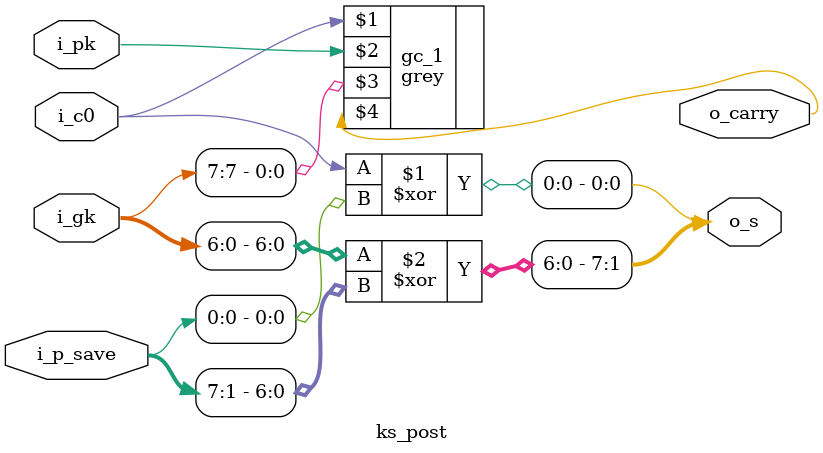
<source format=v>
`default_nettype none

module ks_post(
  input  wire  i_c0,
  input  wire  i_pk,
  input  wire [7:0] i_gk,
  input  wire [7:0] i_p_save,
  output wire [7:0] o_s,
  output wire       o_carry
);


assign o_s[0]    = i_c0 ^ i_p_save[0];
assign o_s[7:1] = i_gk[6:0] ^ i_p_save[7:1];

grey gc_1(i_c0, i_pk, i_gk[7], o_carry);


endmodule

</source>
